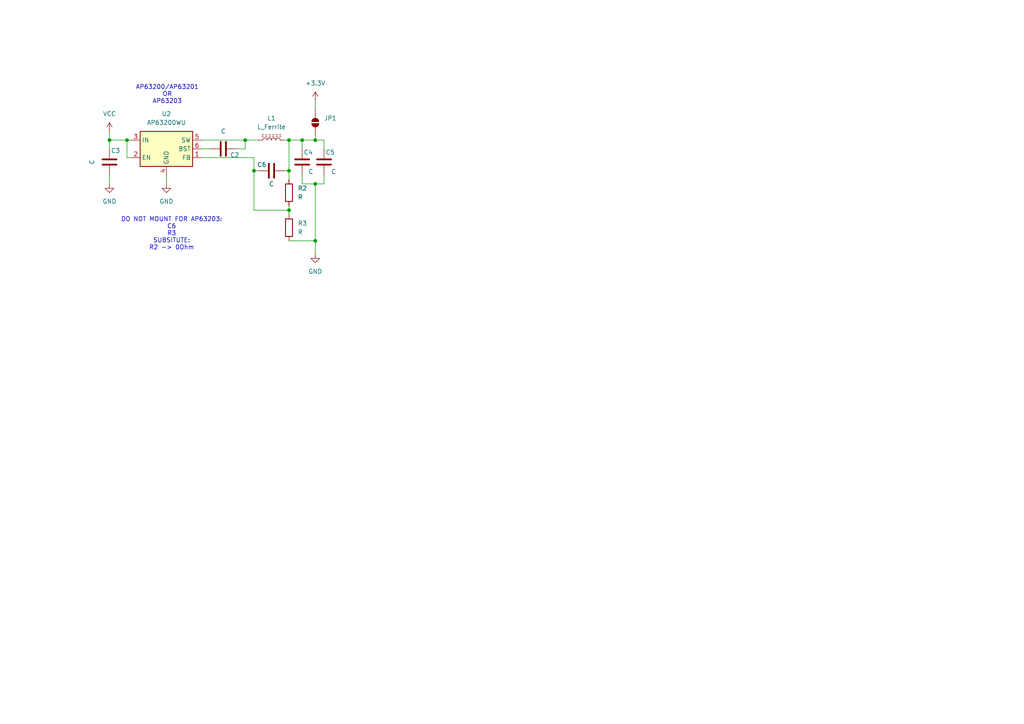
<source format=kicad_sch>
(kicad_sch (version 20250114) (generator "eeschema") (generator_version "9.0")
  (paper "A4")
  (lib_symbols
    (symbol "Device:C" (pin_numbers (hide yes)) (pin_names (offset 0.254))
      (property "Reference" "C" (at 0.635 2.54 0))
      (property "Value" "C" (at 0.635 -2.54 0))
      (symbol "C_0_1"
        (polyline (pts (xy -2.032 0.762) (xy 2.032 0.762)) (stroke (width 0.508)))
        (polyline (pts (xy -2.032 -0.762) (xy 2.032 -0.762)) (stroke (width 0.508)))
      )
      (symbol "C_1_1"
        (pin passive line (at 0 3.81 270) (length 2.794) (name "~") (number "1"))
        (pin passive line (at 0 -3.81 90) (length 2.794) (name "~") (number "2"))
      )
    )
    (symbol "Device:L_Ferrite" (pin_numbers (hide yes)) (pin_names (offset 1.016) (hide yes))
      (property "Reference" "L" (at -1.27 0 90))
      (property "Value" "L_Ferrite" (at 2.794 0 90))
      (symbol "L_Ferrite_0_1"
        (arc (start 0 2.54) (mid 0.6323 1.905) (end 0 1.27))
        (arc (start 0 1.27) (mid 0.6323 0.635) (end 0 0))
        (arc (start 0 0) (mid 0.6323 -0.635) (end 0 -1.27))
        (arc (start 0 -1.27) (mid 0.6323 -1.905) (end 0 -2.54))
        (polyline (pts (xy 1.016 2.286) (xy 1.016 2.794)))
        (polyline (pts (xy 1.016 1.27) (xy 1.016 1.778)))
        (polyline (pts (xy 1.016 0.254) (xy 1.016 0.762)))
        (polyline (pts (xy 1.016 -0.762) (xy 1.016 -0.254)))
        (polyline (pts (xy 1.016 -1.778) (xy 1.016 -1.27)))
        (polyline (pts (xy 1.016 -2.794) (xy 1.016 -2.286)))
        (polyline (pts (xy 1.524 2.794) (xy 1.524 2.286)))
        (polyline (pts (xy 1.524 1.778) (xy 1.524 1.27)))
        (polyline (pts (xy 1.524 0.762) (xy 1.524 0.254)))
        (polyline (pts (xy 1.524 -0.254) (xy 1.524 -0.762)))
        (polyline (pts (xy 1.524 -1.27) (xy 1.524 -1.778)))
        (polyline (pts (xy 1.524 -2.286) (xy 1.524 -2.794)))
      )
      (symbol "L_Ferrite_1_1"
        (pin passive line (at 0 3.81 270) (length 1.27) (name "1") (number "1"))
        (pin passive line (at 0 -3.81 90) (length 1.27) (name "2") (number "2"))
      )
    )
    (symbol "Device:R" (pin_numbers (hide yes)) (pin_names (offset 0))
      (property "Reference" "R" (at 2.032 0 90))
      (property "Value" "R" (at 0 0 90))
      (symbol "R_0_1"
        (rectangle (start -1.016 -2.54) (end 1.016 2.54) (stroke (width 0.254)))
      )
      (symbol "R_1_1"
        (pin passive line (at 0 3.81 270) (length 1.27) (name "~") (number "1"))
        (pin passive line (at 0 -3.81 90) (length 1.27) (name "~") (number "2"))
      )
    )
    (symbol "Jumper:SolderJumper_2_Open" (pin_numbers (hide yes)) (pin_names (offset 0) (hide yes)) (in_bom no)
      (property "Reference" "JP" (at 0 2.032 0))
      (property "Value" "SolderJumper_2_Open" (at 0 -2.54 0))
      (symbol "SolderJumper_2_Open_0_1"
        (polyline (pts (xy -0.254 1.016) (xy -0.254 -1.016)))
        (arc (start -0.254 -1.016) (mid -1.2656 0) (end -0.254 1.016))
        (arc (start -0.254 -1.016) (mid -1.2656 0) (end -0.254 1.016) (fill (type outline)))
        (arc (start 0.254 1.016) (mid 1.2656 0) (end 0.254 -1.016))
        (arc (start 0.254 1.016) (mid 1.2656 0) (end 0.254 -1.016) (fill (type outline)))
        (polyline (pts (xy 0.254 1.016) (xy 0.254 -1.016)))
      )
      (symbol "SolderJumper_2_Open_1_1"
        (pin passive line (at -3.81 0 0) (length 2.54) (name "A") (number "1"))
        (pin passive line (at 3.81 0 180) (length 2.54) (name "B") (number "2"))
      )
    )
    (symbol "Regulator_Switching:AP63200WU"
      (property "Reference" "U" (at -7.62 6.35 0))
      (property "Value" "AP63200WU" (at 2.54 6.35 0))
      (symbol "AP63200WU_0_1"
        (rectangle (start -7.62 5.08) (end 7.62 -5.08) (stroke (width 0.254)) (fill (type background)))
      )
      (symbol "AP63200WU_1_1"
        (pin power_in line (at -10.16 2.54 0) (length 2.54) (name "IN") (number "3"))
        (pin input line (at -10.16 -2.54 0) (length 2.54) (name "EN") (number "2"))
        (pin power_in line (at 0 -7.62 90) (length 2.54) (name "GND") (number "4"))
        (pin output line (at 10.16 2.54 180) (length 2.54) (name "SW") (number "5"))
        (pin passive line (at 10.16 0 180) (length 2.54) (name "BST") (number "6"))
        (pin input line (at 10.16 -2.54 180) (length 2.54) (name "FB") (number "1"))
      )
    )
    (symbol "power:+3.3V" (power) (pin_numbers (hide yes)) (pin_names (offset 0) (hide yes))
      (property "Value" "+3.3V" (at 0 3.556 0))
      (symbol "+3.3V_0_1"
        (polyline (pts (xy -0.762 1.27) (xy 0 2.54)))
        (polyline (pts (xy 0 2.54) (xy 0.762 1.27)))
        (polyline (pts (xy 0 0) (xy 0 2.54)))
      )
      (symbol "+3.3V_1_1"
        (pin power_in line (at 0 0 90) (length 0) (name "~") (number "1"))
      )
    )
    (symbol "power:GND" (power) (pin_numbers (hide yes)) (pin_names (offset 0) (hide yes))
      (property "Value" "GND" (at 0 -3.81 0))
      (symbol "GND_0_1"
        (polyline (pts (xy 0 0) (xy 0 -1.27) (xy 1.27 -1.27) (xy 0 -2.54) (xy -1.27 -1.27) (xy 0 -1.27)))
      )
      (symbol "GND_1_1"
        (pin power_in line (at 0 0 270) (length 0) (name "~") (number "1"))
      )
    )
    (symbol "power:VCC" (power) (pin_numbers (hide yes)) (pin_names (offset 0) (hide yes))
      (property "Value" "VCC" (at 0 3.556 0))
      (symbol "VCC_0_1"
        (polyline (pts (xy -0.762 1.27) (xy 0 2.54)))
        (polyline (pts (xy 0 2.54) (xy 0.762 1.27)))
        (polyline (pts (xy 0 0) (xy 0 2.54)))
      )
      (symbol "VCC_1_1"
        (pin power_in line (at 0 0 90) (length 0) (name "~") (number "1"))
      )
    )
  )
  (text "DO NOT MOUNT FOR AP63203:\nC6\nR3\nSUBSITUTE:\nR2 -> 0Ohm" (at 49.784 67.818 0) (effects (font (size 1.27 1.27))))
  (text "AP63200/AP63201\nOR\nAP63203" (at 48.514 27.432 0) (effects (font (size 1.27 1.27))))
  (junction (at 83.82 40.64))
  (junction (at 91.44 69.85))
  (junction (at 31.75 40.64))
  (junction (at 91.44 40.64))
  (junction (at 73.66 49.53))
  (junction (at 36.83 40.64))
  (junction (at 91.44 53.34))
  (junction (at 71.12 40.64))
  (junction (at 83.82 49.53))
  (junction (at 83.82 60.96))
  (junction (at 87.63 40.64))
  (wire (pts (xy 83.82 60.96) (xy 83.82 62.23)))
  (wire (pts (xy 73.66 60.96) (xy 83.82 60.96)))
  (wire (pts (xy 87.63 53.34) (xy 87.63 50.8)))
  (wire (pts (xy 83.82 40.64) (xy 87.63 40.64)))
  (wire (pts (xy 36.83 45.72) (xy 36.83 40.64)))
  (wire (pts (xy 93.98 40.64) (xy 93.98 43.18)))
  (wire (pts (xy 91.44 40.64) (xy 93.98 40.64)))
  (wire (pts (xy 91.44 29.21) (xy 91.44 31.75)))
  (wire (pts (xy 31.75 50.8) (xy 31.75 53.34)))
  (wire (pts (xy 38.1 45.72) (xy 36.83 45.72)))
  (wire (pts (xy 58.42 45.72) (xy 73.66 45.72)))
  (wire (pts (xy 73.66 49.53) (xy 73.66 60.96)))
  (wire (pts (xy 71.12 40.64) (xy 74.93 40.64)))
  (wire (pts (xy 91.44 53.34) (xy 91.44 69.85)))
  (wire (pts (xy 73.66 45.72) (xy 73.66 49.53)))
  (wire (pts (xy 31.75 40.64) (xy 36.83 40.64)))
  (wire (pts (xy 83.82 40.64) (xy 83.82 49.53)))
  (wire (pts (xy 48.26 50.8) (xy 48.26 53.34)))
  (wire (pts (xy 73.66 49.53) (xy 74.93 49.53)))
  (wire (pts (xy 91.44 53.34) (xy 87.63 53.34)))
  (wire (pts (xy 82.55 40.64) (xy 83.82 40.64)))
  (wire (pts (xy 83.82 49.53) (xy 83.82 52.07)))
  (wire (pts (xy 93.98 53.34) (xy 91.44 53.34)))
  (wire (pts (xy 82.55 49.53) (xy 83.82 49.53)))
  (wire (pts (xy 83.82 69.85) (xy 91.44 69.85)))
  (wire (pts (xy 68.58 43.18) (xy 71.12 43.18)))
  (wire (pts (xy 58.42 43.18) (xy 60.96 43.18)))
  (wire (pts (xy 87.63 40.64) (xy 87.63 43.18)))
  (wire (pts (xy 31.75 38.1) (xy 31.75 40.64)))
  (wire (pts (xy 87.63 40.64) (xy 91.44 40.64)))
  (wire (pts (xy 31.75 40.64) (xy 31.75 43.18)))
  (wire (pts (xy 36.83 40.64) (xy 38.1 40.64)))
  (wire (pts (xy 58.42 40.64) (xy 71.12 40.64)))
  (wire (pts (xy 91.44 69.85) (xy 91.44 73.66)))
  (wire (pts (xy 93.98 50.8) (xy 93.98 53.34)))
  (wire (pts (xy 71.12 43.18) (xy 71.12 40.64)))
  (wire (pts (xy 91.44 39.37) (xy 91.44 40.64)))
  (wire (pts (xy 83.82 59.69) (xy 83.82 60.96)))
  (symbol (lib_id "power:GND") (at 48.26 53.34 0) (unit 1)
    (property "Reference" "#PWR13" (effects (hide yes)))
    (property "Value" "GND" (at 48.26 58.42 0))
    (property "Description" "Power symbol creates a global label with name \"GND\" , ground" (effects (hide yes)))
  )
  (symbol (lib_id "power:GND") (at 91.44 73.66 0) (unit 1)
    (property "Reference" "#PWR15" (effects (hide yes)))
    (property "Value" "GND" (at 91.44 78.74 0))
    (property "Description" "Power symbol creates a global label with name \"GND\" , ground" (effects (hide yes)))
  )
  (symbol (lib_id "Device:C") (at 78.74 49.53 270) (unit 1)
    (property "Reference" "C6" (at 75.946 47.752 90))
    (property "Value" "C" (at 78.74 53.34 90))
    (property "Description" "Unpolarized capacitor" (effects (hide yes)))
  )
  (symbol (lib_id "Device:C") (at 87.63 46.99 180) (unit 1)
    (property "Reference" "C4" (at 89.408 44.196 0))
    (property "Value" "C" (at 90.17 49.784 0))
    (property "Description" "Unpolarized capacitor" (effects (hide yes)))
  )
  (symbol (lib_id "Regulator_Switching:AP63200WU") (at 48.26 43.18 0) (unit 1)
    (property "Reference" "U2" (at 48.26 33.02 0))
    (property "Value" "AP63200WU" (at 48.26 35.56 0))
    (property "Footprint" "Package_TO_SOT_SMD:TSOT-23-6" (effects (hide yes)))
    (property "Datasheet" "https://www.diodes.com/assets/Datasheets/AP63200-AP63201-AP63203-AP63205.pdf" (effects (hide yes)))
    (property "Description" "2A, 500kHz Buck DC/DC Converter, adjustable output voltage, TSOT-23-6" (effects (hide yes)))
  )
  (symbol (lib_id "power:+3.3V") (at 91.44 29.21 0) (unit 1)
    (property "Reference" "#PWR1" (effects (hide yes)))
    (property "Value" "+3.3V" (at 91.44 24.13 0))
    (property "Description" "Power symbol creates a global label with name \"+3.3V\"" (effects (hide yes)))
  )
  (symbol (lib_id "Device:R") (at 83.82 66.04 0) (unit 1)
    (property "Reference" "R3" (at 86.36 64.7699 0) (effects (justify left)))
    (property "Value" "R" (at 86.36 67.3099 0) (effects (justify left)))
    (property "Description" "Resistor" (effects (hide yes)))
  )
  (symbol (lib_id "Device:R") (at 83.82 55.88 0) (unit 1)
    (property "Reference" "R2" (at 86.36 54.6099 0) (effects (justify left)))
    (property "Value" "R" (at 86.36 57.1499 0) (effects (justify left)))
    (property "Description" "Resistor" (effects (hide yes)))
  )
  (symbol (lib_id "power:GND") (at 31.75 53.34 0) (unit 1)
    (property "Reference" "#PWR14" (effects (hide yes)))
    (property "Value" "GND" (at 31.75 58.42 0))
    (property "Description" "Power symbol creates a global label with name \"GND\" , ground" (effects (hide yes)))
  )
  (symbol (lib_id "Device:C") (at 64.77 43.18 90) (unit 1)
    (property "Reference" "C2" (at 68.072 44.958 90))
    (property "Value" "C" (at 64.77 38.1 90))
    (property "Description" "Unpolarized capacitor" (effects (hide yes)))
  )
  (symbol (lib_id "power:VCC") (at 31.75 38.1 0) (unit 1)
    (property "Reference" "#PWR12" (effects (hide yes)))
    (property "Value" "VCC" (at 31.75 33.02 0))
    (property "Description" "Power symbol creates a global label with name \"VCC\"" (effects (hide yes)))
  )
  (symbol (lib_id "Device:C") (at 93.98 46.99 180) (unit 1)
    (property "Reference" "C5" (at 95.758 44.196 0))
    (property "Value" "C" (at 96.774 49.784 0))
    (property "Description" "Unpolarized capacitor" (effects (hide yes)))
  )
  (symbol (lib_id "Device:C") (at 31.75 46.99 180) (unit 1)
    (property "Reference" "C3" (at 33.528 43.688 0))
    (property "Value" "C" (at 26.67 46.99 90))
    (property "Description" "Unpolarized capacitor" (effects (hide yes)))
    (property "Voltage" "50V" (effects (hide yes)))
  )
  (symbol (lib_id "Jumper:SolderJumper_2_Open") (at 91.44 35.56 90) (unit 1) (in_bom no)
    (property "Reference" "JP1" (at 93.98 34.2899 90) (effects (justify right)))
    (property "Value" "SolderJumper_2_Open" (effects (hide yes)))
    (property "Footprint" "Jumper:SolderJumper-2_P1.3mm_Open_RoundedPad1.0x1.5mm" (effects (hide yes)))
    (property "Description" "Solder Jumper, 2-pole, open" (effects (hide yes)))
  )
  (symbol (lib_id "Device:L_Ferrite") (at 78.74 40.64 90) (unit 1)
    (property "Reference" "L1" (at 78.74 34.29 90))
    (property "Value" "L_Ferrite" (at 78.74 36.83 90))
    (property "Description" "Inductor with ferrite core" (effects (hide yes)))
  )
)
</source>
